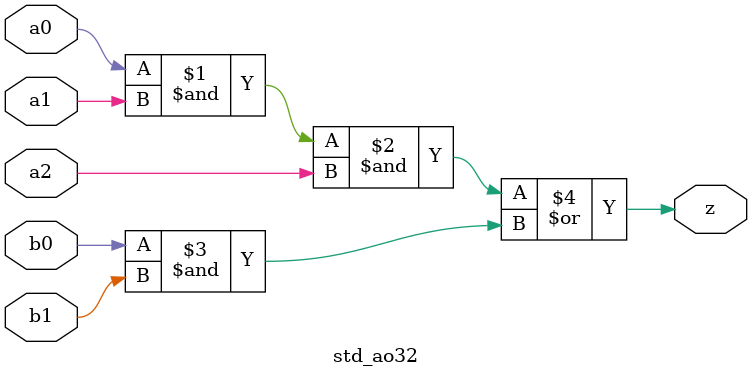
<source format=sv>

module std_ao32 #(parameter DW = 1) // array width
(
	input [DW-1:0]  a0,
	input [DW-1:0]  a1,
	input [DW-1:0]  a2,
	input [DW-1:0]  b0,
	input [DW-1:0]  b1, 
	output [DW-1:0] z
);

assign z = (a0 & a1 & a2) | (b0 & b1);

endmodule

</source>
